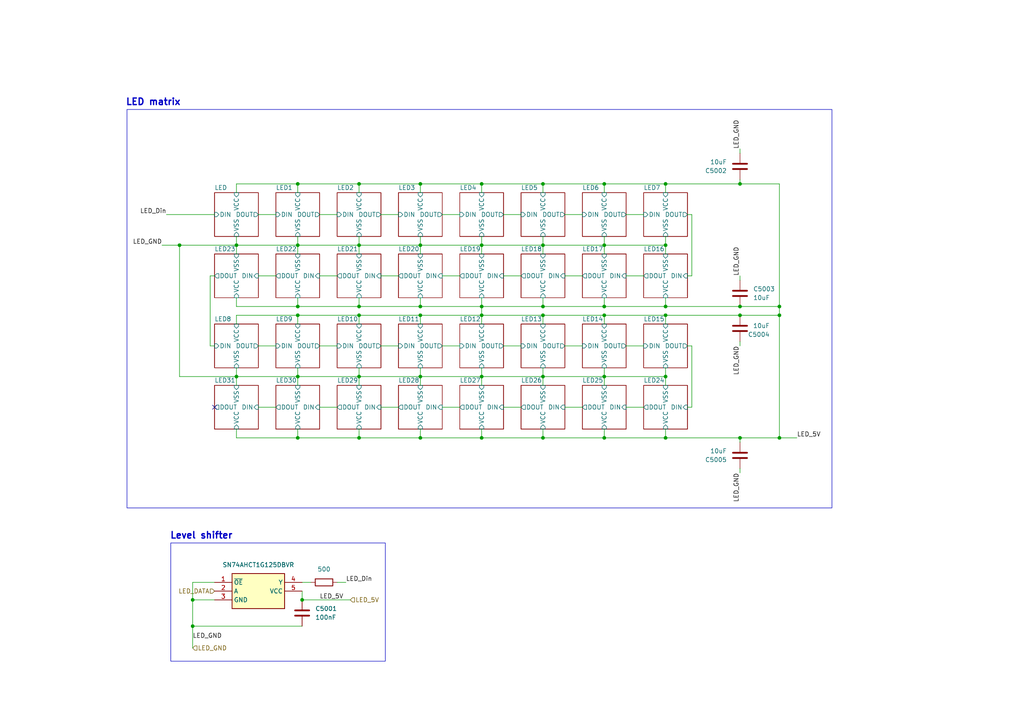
<source format=kicad_sch>
(kicad_sch (version 20250114) (generator "eeschema") (generator_version "9.0")
  (paper "A4")
  (title_block (title "TMR based triple USB Keyboard") (date "2025-12-28") (rev "v1") (company "Ryzzen"))
  (lib_symbols
    (symbol "Device:C" (pin_numbers (hide yes)) (pin_names (offset 0.254))
      (property "Reference" "C" (at 0.635 2.54 0))
      (property "Value" "C" (at 0.635 -2.54 0))
      (symbol "C_0_1"
        (polyline (pts (xy -2.032 0.762) (xy 2.032 0.762)) (stroke (width 0.508)))
        (polyline (pts (xy -2.032 -0.762) (xy 2.032 -0.762)) (stroke (width 0.508)))
      )
      (symbol "C_1_1"
        (pin passive line (at 0 3.81 270) (length 2.794) (name "~") (number "1"))
        (pin passive line (at 0 -3.81 90) (length 2.794) (name "~") (number "2"))
      )
    )
    (symbol "Device:R" (pin_numbers (hide yes)) (pin_names (offset 0))
      (property "Reference" "R" (at 2.032 0 90))
      (property "Value" "R" (at 0 0 90))
      (symbol "R_0_1"
        (rectangle (start -1.016 -2.54) (end 1.016 2.54) (stroke (width 0.254)))
      )
      (symbol "R_1_1"
        (pin passive line (at 0 3.81 270) (length 1.27) (name "~") (number "1"))
        (pin passive line (at 0 -3.81 90) (length 1.27) (name "~") (number "2"))
      )
    )
    (symbol "SN74AHCT1G125DBVR:SN74AHCT1G125DBVR"
      (property "Reference" "IC" (at 21.59 7.62 0))
      (property "Value" "SN74AHCT1G125DBVR" (at 21.59 5.08 0))
      (symbol "SN74AHCT1G125DBVR_1_1"
        (rectangle (start 5.08 2.54) (end 20.32 -7.62) (stroke (width 0.254)) (fill (type background)))
        (pin passive line (at 0 0 0) (length 5.08) (name "~{OE}") (number "1"))
        (pin passive line (at 0 -2.54 0) (length 5.08) (name "A") (number "2"))
        (pin power_in line (at 0 -5.08 0) (length 5.08) (name "GND") (number "3"))
        (pin passive line (at 25.4 0 180) (length 5.08) (name "Y") (number "4"))
        (pin power_in line (at 25.4 -2.54 180) (length 5.08) (name "VCC") (number "5"))
      )
    )
  )
  (rectangle (start 36.83 31.75) (end 241.3 147.32))
  (rectangle (start 49.53 157.48) (end 111.76 191.77))
  (text "LED matrix" (at 44.45 29.718 0) (effects (font (size 1.905 1.905) (thickness 0.381) (bold yes))))
  (text "Level shifter" (at 58.42 155.448 0) (effects (font (size 1.905 1.905) (thickness 0.381) (bold yes))))
  (junction (at 86.36 53.34))
  (junction (at 104.14 71.12))
  (junction (at 226.06 127))
  (junction (at 226.06 88.9))
  (junction (at 193.04 53.34))
  (junction (at 104.14 91.44))
  (junction (at 86.36 71.12))
  (junction (at 55.88 173.99))
  (junction (at 86.36 127))
  (junction (at 139.7 127))
  (junction (at 121.92 91.44))
  (junction (at 139.7 71.12))
  (junction (at 214.63 53.34))
  (junction (at 139.7 53.34))
  (junction (at 193.04 127))
  (junction (at 157.48 127))
  (junction (at 86.36 91.44))
  (junction (at 175.26 91.44))
  (junction (at 157.48 91.44))
  (junction (at 104.14 127))
  (junction (at 104.14 88.9))
  (junction (at 121.92 127))
  (junction (at 193.04 91.44))
  (junction (at 86.36 88.9))
  (junction (at 52.07 71.12))
  (junction (at 175.26 88.9))
  (junction (at 175.26 109.22))
  (junction (at 193.04 71.12))
  (junction (at 104.14 109.22))
  (junction (at 139.7 109.22))
  (junction (at 68.58 109.22))
  (junction (at 175.26 127))
  (junction (at 175.26 53.34))
  (junction (at 86.36 109.22))
  (junction (at 104.14 53.34))
  (junction (at 121.92 71.12))
  (junction (at 55.88 181.61))
  (junction (at 214.63 88.9))
  (junction (at 157.48 109.22))
  (junction (at 121.92 53.34))
  (junction (at 157.48 53.34))
  (junction (at 214.63 127))
  (junction (at 226.06 91.44))
  (junction (at 121.92 88.9))
  (junction (at 193.04 88.9))
  (junction (at 157.48 71.12))
  (junction (at 175.26 71.12))
  (junction (at 139.7 91.44))
  (junction (at 139.7 88.9))
  (junction (at 87.63 173.99))
  (junction (at 121.92 109.22))
  (junction (at 193.04 109.22))
  (junction (at 68.58 71.12))
  (junction (at 214.63 91.44))
  (junction (at 157.48 88.9))
  (no_connect (at 62.23 118.11))
  (wire (pts (xy 199.39 80.01) (xy 200.66 80.01)))
  (wire (pts (xy 60.96 80.01) (xy 60.96 100.33)))
  (wire (pts (xy 139.7 53.34) (xy 121.92 53.34)))
  (wire (pts (xy 104.14 53.34) (xy 86.36 53.34)))
  (wire (pts (xy 157.48 91.44) (xy 139.7 91.44)))
  (wire (pts (xy 193.04 124.46) (xy 193.04 127)))
  (wire (pts (xy 175.26 88.9) (xy 157.48 88.9)))
  (wire (pts (xy 175.26 91.44) (xy 157.48 91.44)))
  (wire (pts (xy 193.04 53.34) (xy 193.04 55.88)))
  (wire (pts (xy 193.04 127) (xy 214.63 127)))
  (wire (pts (xy 214.63 88.9) (xy 226.06 88.9)))
  (wire (pts (xy 139.7 71.12) (xy 121.92 71.12)))
  (wire (pts (xy 181.61 62.23) (xy 186.69 62.23)))
  (wire (pts (xy 104.14 91.44) (xy 86.36 91.44)))
  (wire (pts (xy 104.14 88.9) (xy 86.36 88.9)))
  (wire (pts (xy 86.36 53.34) (xy 68.58 53.34)))
  (wire (pts (xy 139.7 88.9) (xy 121.92 88.9)))
  (wire (pts (xy 55.88 168.91) (xy 55.88 173.99)))
  (wire (pts (xy 86.36 106.68) (xy 86.36 109.22)))
  (wire (pts (xy 226.06 91.44) (xy 226.06 127)))
  (wire (pts (xy 87.63 173.99) (xy 101.6 173.99)))
  (wire (pts (xy 121.92 109.22) (xy 121.92 111.76)))
  (wire (pts (xy 139.7 71.12) (xy 139.7 73.66)))
  (wire (pts (xy 104.14 106.68) (xy 104.14 109.22)))
  (wire (pts (xy 157.48 86.36) (xy 157.48 88.9)))
  (wire (pts (xy 139.7 91.44) (xy 139.7 93.98)))
  (wire (pts (xy 200.66 118.11) (xy 199.39 118.11)))
  (wire (pts (xy 193.04 91.44) (xy 193.04 93.98)))
  (wire (pts (xy 139.7 124.46) (xy 139.7 127)))
  (wire (pts (xy 139.7 106.68) (xy 139.7 109.22)))
  (wire (pts (xy 214.63 127) (xy 214.63 128.27)))
  (wire (pts (xy 60.96 80.01) (xy 62.23 80.01)))
  (wire (pts (xy 193.04 71.12) (xy 193.04 73.66)))
  (wire (pts (xy 104.14 91.44) (xy 104.14 93.98)))
  (wire (pts (xy 100.33 168.91) (xy 97.79 168.91)))
  (wire (pts (xy 175.26 91.44) (xy 175.26 93.98)))
  (wire (pts (xy 139.7 86.36) (xy 139.7 88.9)))
  (wire (pts (xy 104.14 86.36) (xy 104.14 88.9)))
  (wire (pts (xy 68.58 68.58) (xy 68.58 71.12)))
  (wire (pts (xy 193.04 53.34) (xy 175.26 53.34)))
  (wire (pts (xy 121.92 127) (xy 104.14 127)))
  (wire (pts (xy 92.71 62.23) (xy 97.79 62.23)))
  (wire (pts (xy 46.99 71.12) (xy 52.07 71.12)))
  (wire (pts (xy 121.92 86.36) (xy 121.92 88.9)))
  (wire (pts (xy 104.14 71.12) (xy 86.36 71.12)))
  (wire (pts (xy 55.88 181.61) (xy 87.63 181.61)))
  (wire (pts (xy 86.36 86.36) (xy 86.36 88.9)))
  (wire (pts (xy 121.92 124.46) (xy 121.92 127)))
  (wire (pts (xy 139.7 53.34) (xy 139.7 55.88)))
  (wire (pts (xy 55.88 173.99) (xy 55.88 181.61)))
  (wire (pts (xy 157.48 127) (xy 139.7 127)))
  (wire (pts (xy 128.27 80.01) (xy 133.35 80.01)))
  (wire (pts (xy 157.48 124.46) (xy 157.48 127)))
  (wire (pts (xy 92.71 80.01) (xy 97.79 80.01)))
  (wire (pts (xy 121.92 106.68) (xy 121.92 109.22)))
  (wire (pts (xy 146.05 100.33) (xy 151.13 100.33)))
  (wire (pts (xy 175.26 71.12) (xy 157.48 71.12)))
  (wire (pts (xy 60.96 100.33) (xy 62.23 100.33)))
  (wire (pts (xy 175.26 86.36) (xy 175.26 88.9)))
  (wire (pts (xy 68.58 109.22) (xy 68.58 111.76)))
  (wire (pts (xy 86.36 127) (xy 68.58 127)))
  (wire (pts (xy 121.92 53.34) (xy 121.92 55.88)))
  (wire (pts (xy 214.63 91.44) (xy 226.06 91.44)))
  (wire (pts (xy 74.93 80.01) (xy 80.01 80.01)))
  (wire (pts (xy 104.14 109.22) (xy 104.14 111.76)))
  (wire (pts (xy 128.27 118.11) (xy 133.35 118.11)))
  (wire (pts (xy 157.48 109.22) (xy 139.7 109.22)))
  (wire (pts (xy 175.26 124.46) (xy 175.26 127)))
  (wire (pts (xy 175.26 53.34) (xy 157.48 53.34)))
  (wire (pts (xy 121.92 68.58) (xy 121.92 71.12)))
  (wire (pts (xy 52.07 71.12) (xy 52.07 109.22)))
  (wire (pts (xy 87.63 171.45) (xy 87.63 173.99)))
  (wire (pts (xy 199.39 62.23) (xy 200.66 62.23)))
  (wire (pts (xy 55.88 173.99) (xy 62.23 173.99)))
  (wire (pts (xy 146.05 118.11) (xy 151.13 118.11)))
  (wire (pts (xy 74.93 100.33) (xy 80.01 100.33)))
  (wire (pts (xy 193.04 109.22) (xy 175.26 109.22)))
  (wire (pts (xy 193.04 86.36) (xy 193.04 88.9)))
  (wire (pts (xy 110.49 100.33) (xy 115.57 100.33)))
  (wire (pts (xy 214.63 80.01) (xy 214.63 81.28)))
  (wire (pts (xy 110.49 62.23) (xy 115.57 62.23)))
  (wire (pts (xy 157.48 53.34) (xy 139.7 53.34)))
  (wire (pts (xy 157.48 71.12) (xy 139.7 71.12)))
  (wire (pts (xy 193.04 91.44) (xy 214.63 91.44)))
  (wire (pts (xy 193.04 91.44) (xy 175.26 91.44)))
  (wire (pts (xy 157.48 53.34) (xy 157.48 55.88)))
  (wire (pts (xy 104.14 127) (xy 86.36 127)))
  (wire (pts (xy 200.66 62.23) (xy 200.66 80.01)))
  (wire (pts (xy 157.48 109.22) (xy 157.48 111.76)))
  (wire (pts (xy 175.26 127) (xy 157.48 127)))
  (wire (pts (xy 139.7 109.22) (xy 139.7 111.76)))
  (wire (pts (xy 68.58 86.36) (xy 68.58 88.9)))
  (wire (pts (xy 175.26 109.22) (xy 175.26 111.76)))
  (wire (pts (xy 139.7 88.9) (xy 139.7 91.44)))
  (wire (pts (xy 139.7 91.44) (xy 121.92 91.44)))
  (wire (pts (xy 87.63 168.91) (xy 90.17 168.91)))
  (wire (pts (xy 121.92 88.9) (xy 104.14 88.9)))
  (wire (pts (xy 86.36 71.12) (xy 86.36 73.66)))
  (wire (pts (xy 193.04 88.9) (xy 214.63 88.9)))
  (wire (pts (xy 121.92 53.34) (xy 104.14 53.34)))
  (wire (pts (xy 181.61 118.11) (xy 186.69 118.11)))
  (wire (pts (xy 68.58 124.46) (xy 68.58 127)))
  (wire (pts (xy 175.26 109.22) (xy 157.48 109.22)))
  (wire (pts (xy 214.63 100.33) (xy 214.63 99.06)))
  (wire (pts (xy 214.63 43.18) (xy 214.63 44.45)))
  (wire (pts (xy 193.04 109.22) (xy 193.04 111.76)))
  (wire (pts (xy 226.06 127) (xy 231.14 127)))
  (wire (pts (xy 157.48 91.44) (xy 157.48 93.98)))
  (wire (pts (xy 68.58 106.68) (xy 68.58 109.22)))
  (wire (pts (xy 163.83 100.33) (xy 168.91 100.33)))
  (wire (pts (xy 86.36 91.44) (xy 86.36 93.98)))
  (wire (pts (xy 175.26 71.12) (xy 175.26 73.66)))
  (wire (pts (xy 74.93 118.11) (xy 80.01 118.11)))
  (wire (pts (xy 86.36 88.9) (xy 68.58 88.9)))
  (wire (pts (xy 121.92 91.44) (xy 121.92 93.98)))
  (wire (pts (xy 181.61 100.33) (xy 186.69 100.33)))
  (wire (pts (xy 55.88 181.61) (xy 55.88 187.96)))
  (wire (pts (xy 139.7 68.58) (xy 139.7 71.12)))
  (wire (pts (xy 104.14 53.34) (xy 104.14 55.88)))
  (wire (pts (xy 193.04 71.12) (xy 175.26 71.12)))
  (wire (pts (xy 128.27 100.33) (xy 133.35 100.33)))
  (wire (pts (xy 68.58 71.12) (xy 68.58 73.66)))
  (wire (pts (xy 193.04 88.9) (xy 175.26 88.9)))
  (wire (pts (xy 199.39 100.33) (xy 200.66 100.33)))
  (wire (pts (xy 121.92 91.44) (xy 104.14 91.44)))
  (wire (pts (xy 175.26 68.58) (xy 175.26 71.12)))
  (wire (pts (xy 104.14 71.12) (xy 104.14 73.66)))
  (wire (pts (xy 104.14 124.46) (xy 104.14 127)))
  (wire (pts (xy 110.49 80.01) (xy 115.57 80.01)))
  (wire (pts (xy 157.48 106.68) (xy 157.48 109.22)))
  (wire (pts (xy 193.04 106.68) (xy 193.04 109.22)))
  (wire (pts (xy 62.23 168.91) (xy 55.88 168.91)))
  (wire (pts (xy 163.83 118.11) (xy 168.91 118.11)))
  (wire (pts (xy 157.48 88.9) (xy 139.7 88.9)))
  (wire (pts (xy 200.66 100.33) (xy 200.66 118.11)))
  (wire (pts (xy 86.36 71.12) (xy 68.58 71.12)))
  (wire (pts (xy 104.14 109.22) (xy 86.36 109.22)))
  (wire (pts (xy 163.83 62.23) (xy 168.91 62.23)))
  (wire (pts (xy 110.49 118.11) (xy 115.57 118.11)))
  (wire (pts (xy 128.27 62.23) (xy 133.35 62.23)))
  (wire (pts (xy 175.26 53.34) (xy 175.26 55.88)))
  (wire (pts (xy 52.07 109.22) (xy 68.58 109.22)))
  (wire (pts (xy 214.63 137.16) (xy 214.63 135.89)))
  (wire (pts (xy 48.26 62.23) (xy 62.23 62.23)))
  (wire (pts (xy 86.36 53.34) (xy 86.36 55.88)))
  (wire (pts (xy 92.71 118.11) (xy 97.79 118.11)))
  (wire (pts (xy 68.58 91.44) (xy 68.58 93.98)))
  (wire (pts (xy 86.36 124.46) (xy 86.36 127)))
  (wire (pts (xy 214.63 53.34) (xy 226.06 53.34)))
  (wire (pts (xy 86.36 68.58) (xy 86.36 71.12)))
  (wire (pts (xy 226.06 88.9) (xy 226.06 91.44)))
  (wire (pts (xy 214.63 127) (xy 226.06 127)))
  (wire (pts (xy 226.06 53.34) (xy 226.06 88.9)))
  (wire (pts (xy 86.36 109.22) (xy 68.58 109.22)))
  (wire (pts (xy 86.36 109.22) (xy 86.36 111.76)))
  (wire (pts (xy 92.71 100.33) (xy 97.79 100.33)))
  (wire (pts (xy 146.05 80.01) (xy 151.13 80.01)))
  (wire (pts (xy 214.63 52.07) (xy 214.63 53.34)))
  (wire (pts (xy 181.61 80.01) (xy 186.69 80.01)))
  (wire (pts (xy 139.7 127) (xy 121.92 127)))
  (wire (pts (xy 163.83 80.01) (xy 168.91 80.01)))
  (wire (pts (xy 52.07 71.12) (xy 68.58 71.12)))
  (wire (pts (xy 74.93 62.23) (xy 80.01 62.23)))
  (wire (pts (xy 68.58 53.34) (xy 68.58 55.88)))
  (wire (pts (xy 193.04 53.34) (xy 214.63 53.34)))
  (wire (pts (xy 121.92 71.12) (xy 104.14 71.12)))
  (wire (pts (xy 86.36 91.44) (xy 68.58 91.44)))
  (wire (pts (xy 193.04 127) (xy 175.26 127)))
  (wire (pts (xy 146.05 62.23) (xy 151.13 62.23)))
  (wire (pts (xy 104.14 68.58) (xy 104.14 71.12)))
  (wire (pts (xy 157.48 68.58) (xy 157.48 71.12)))
  (wire (pts (xy 175.26 106.68) (xy 175.26 109.22)))
  (wire (pts (xy 157.48 71.12) (xy 157.48 73.66)))
  (wire (pts (xy 139.7 109.22) (xy 121.92 109.22)))
  (wire (pts (xy 193.04 68.58) (xy 193.04 71.12)))
  (wire (pts (xy 121.92 109.22) (xy 104.14 109.22)))
  (wire (pts (xy 121.92 71.12) (xy 121.92 73.66)))
  (label "LED_5V" (at 92.71 173.99 0))
  (label "LED_5V" (at 231.14 127 0))
  (label "LED_GND" (at 214.63 137.16 270))
  (label "LED_GND" (at 55.88 185.42 0))
  (label "LED_GND" (at 214.63 43.18 90))
  (label "LED_GND" (at 214.63 100.33 270))
  (label "LED_GND" (at 214.63 80.01 90))
  (label "LED_GND" (at 46.99 71.12 180))
  (label "LED_Din" (at 48.26 62.23 180))
  (label "LED_Din" (at 100.33 168.91 0))
  (hierarchical_label "LED_DATA" (shape input) (at 62.23 171.45 180))
  (hierarchical_label "LED_5V" (shape input) (at 101.6 173.99 0))
  (hierarchical_label "LED_GND" (shape input) (at 55.88 187.96 0))
  (symbol (lib_id "Device:R") (at 93.98 168.91 90) (unit 1)
    (property "Reference" "R5001" (effects (hide yes)))
    (property "Value" "500" (at 93.98 165.1 90))
    (property "Footprint" "Resistor_SMD:R_0603_1608Metric_Pad0.98x0.95mm_HandSolder" (effects (hide yes)))
    (property "Description" "Resistor" (effects (hide yes)))
  )
  (symbol (lib_id "SN74AHCT1G125DBVR:SN74AHCT1G125DBVR") (at 62.23 168.91 0) (unit 1)
    (property "Reference" "IC5001" (effects (hide yes)))
    (property "Value" "SN74AHCT1G125DBVR" (at 74.93 163.83 0))
    (property "Footprint" "SN74AHCT1G125DBVR:SOT95P280X145-5N" (effects (hide yes)))
    (property "Datasheet" "http://www.ti.com/lit/ds/symlink/sn74ahct1g125.pdf" (effects (hide yes)))
    (property "Description" "74AHCT Single Tri-state Bus Buffer SOT23 SN74AHCT1G125DBVR, Bus Buffer, HCT, 8.5 ns@ 50 pF, 8mA 4.5 ??? 5.5 V 5-Pin SOT-23" (effects (hide yes)))
    (property "Height" "1.45" (effects (hide yes)))
    (property "Mouser Part Number" "595-SNAHCT1G125DBVR" (effects (hide yes)))
    (property "Mouser Price/Stock" "https://www.mouser.co.uk/ProductDetail/Texas-Instruments/SN74AHCT1G125DBVR?qs=N6WZOzgtpqVaVW8Lh%252BgevA%3D%3D" (effects (hide yes)))
    (property "Manufacturer_Name" "Texas Instruments" (effects (hide yes)))
    (property "Manufacturer_Part_Number" "SN74AHCT1G125DBVR" (effects (hide yes)))
  )
  (symbol (lib_id "Device:C") (at 214.63 95.25 180) (unit 1)
    (property "Reference" "C5004" (at 223.266 97.028 0) (effects (justify left)))
    (property "Value" "10uF" (at 223.266 94.488 0) (effects (justify left)))
    (property "Footprint" "Capacitor_SMD:C_0603_1608Metric_Pad1.08x0.95mm_HandSolder" (effects (hide yes)))
    (property "Description" "Unpolarized capacitor" (effects (hide yes)))
  )
  (symbol (lib_id "Device:C") (at 214.63 85.09 0) (unit 1)
    (property "Reference" "C5003" (at 218.44 83.8199 0) (effects (justify left)))
    (property "Value" "10uF" (at 218.44 86.3599 0) (effects (justify left)))
    (property "Footprint" "Capacitor_SMD:C_0603_1608Metric_Pad1.08x0.95mm_HandSolder" (effects (hide yes)))
    (property "Description" "Unpolarized capacitor" (effects (hide yes)))
  )
  (symbol (lib_id "Device:C") (at 214.63 132.08 180) (unit 1)
    (property "Reference" "C5005" (at 210.82 133.3501 0) (effects (justify left)))
    (property "Value" "10uF" (at 210.82 130.8101 0) (effects (justify left)))
    (property "Footprint" "Capacitor_SMD:C_0603_1608Metric_Pad1.08x0.95mm_HandSolder" (effects (hide yes)))
    (property "Description" "Unpolarized capacitor" (effects (hide yes)))
  )
  (symbol (lib_id "Device:C") (at 214.63 48.26 180) (unit 1)
    (property "Reference" "C5002" (at 210.82 49.5301 0) (effects (justify left)))
    (property "Value" "10uF" (at 210.82 46.9901 0) (effects (justify left)))
    (property "Footprint" "Capacitor_SMD:C_0603_1608Metric_Pad1.08x0.95mm_HandSolder" (effects (hide yes)))
    (property "Description" "Unpolarized capacitor" (effects (hide yes)))
  )
  (symbol (lib_id "Device:C") (at 87.63 177.8 180) (unit 1)
    (property "Reference" "C5001" (at 91.44 176.5299 0) (effects (justify right)))
    (property "Value" "100nF" (at 91.44 179.0699 0) (effects (justify right)))
    (property "Footprint" "Capacitor_SMD:C_0603_1608Metric_Pad1.08x0.95mm_HandSolder" (effects (hide yes)))
    (property "Description" "Unpolarized capacitor" (effects (hide yes)))
  )
  (sheet (at 151.13 111.76) (size 12.7 12.7) (stroke (width 0.1524))
    (property "Sheetname" "LED26" (at 151.13 111.0484 0) (effects (justify left bottom)))
    (property "Sheetfile" "led.kicad_sch" (effects (hide yes)))
    (pin "DIN" input (at 163.83 118.11 0))
    (pin "VSS" input (at 157.48 111.76 90))
    (pin "DOUT" output (at 151.13 118.11 180))
    (pin "VCC" input (at 157.48 124.46 270))
  )
  (sheet (at 133.35 73.66) (size 12.7 12.7) (stroke (width 0.1524))
    (property "Sheetname" "LED19" (at 133.35 72.9484 0) (effects (justify left bottom)))
    (property "Sheetfile" "led.kicad_sch" (effects (hide yes)))
    (pin "DIN" input (at 146.05 80.01 0))
    (pin "VSS" input (at 139.7 73.66 90))
    (pin "DOUT" output (at 133.35 80.01 180))
    (pin "VCC" input (at 139.7 86.36 270))
  )
  (sheet (at 151.13 55.88) (size 12.7 12.7) (stroke (width 0.1524))
    (property "Sheetname" "LED5" (at 151.13 55.1684 0) (effects (justify left bottom)))
    (property "Sheetfile" "led.kicad_sch" (effects (hide yes)))
    (pin "DIN" input (at 151.13 62.23 180))
    (pin "VSS" input (at 157.48 68.58 270))
    (pin "DOUT" output (at 163.83 62.23 0))
    (pin "VCC" input (at 157.48 55.88 90))
  )
  (sheet (at 115.57 55.88) (size 12.7 12.7) (stroke (width 0.1524))
    (property "Sheetname" "LED3" (at 115.57 55.1684 0) (effects (justify left bottom)))
    (property "Sheetfile" "led.kicad_sch" (effects (hide yes)))
    (pin "DIN" input (at 115.57 62.23 180))
    (pin "VSS" input (at 121.92 68.58 270))
    (pin "DOUT" output (at 128.27 62.23 0))
    (pin "VCC" input (at 121.92 55.88 90))
  )
  (sheet (at 97.79 93.98) (size 12.7 12.7) (stroke (width 0.1524))
    (property "Sheetname" "LED10" (at 97.79 93.2684 0) (effects (justify left bottom)))
    (property "Sheetfile" "led.kicad_sch" (effects (hide yes)))
    (pin "DIN" input (at 97.79 100.33 180))
    (pin "VSS" input (at 104.14 106.68 270))
    (pin "DOUT" output (at 110.49 100.33 0))
    (pin "VCC" input (at 104.14 93.98 90))
  )
  (sheet (at 97.79 55.88) (size 12.7 12.7) (stroke (width 0.1524))
    (property "Sheetname" "LED2" (at 97.79 55.1684 0) (effects (justify left bottom)))
    (property "Sheetfile" "led.kicad_sch" (effects (hide yes)))
    (pin "DIN" input (at 97.79 62.23 180))
    (pin "VSS" input (at 104.14 68.58 270))
    (pin "DOUT" output (at 110.49 62.23 0))
    (pin "VCC" input (at 104.14 55.88 90))
  )
  (sheet (at 62.23 111.76) (size 12.7 12.7) (stroke (width 0.1524))
    (property "Sheetname" "LED31" (at 62.23 111.0484 0) (effects (justify left bottom)))
    (property "Sheetfile" "led.kicad_sch" (effects (hide yes)))
    (pin "DIN" input (at 74.93 118.11 0))
    (pin "VSS" input (at 68.58 111.76 90))
    (pin "DOUT" output (at 62.23 118.11 180))
    (pin "VCC" input (at 68.58 124.46 270))
  )
  (sheet (at 62.23 55.88) (size 12.7 12.7) (stroke (width 0.1524))
    (property "Sheetname" "LED" (at 62.23 55.1684 0) (effects (justify left bottom)))
    (property "Sheetfile" "led.kicad_sch" (effects (hide yes)))
    (pin "DIN" input (at 62.23 62.23 180))
    (pin "VSS" input (at 68.58 68.58 270))
    (pin "DOUT" output (at 74.93 62.23 0))
    (pin "VCC" input (at 68.58 55.88 90))
  )
  (sheet (at 62.23 93.98) (size 12.7 12.7) (stroke (width 0.1524))
    (property "Sheetname" "LED8" (at 62.23 93.2684 0) (effects (justify left bottom)))
    (property "Sheetfile" "led.kicad_sch" (effects (hide yes)))
    (pin "DIN" input (at 62.23 100.33 180))
    (pin "VSS" input (at 68.58 106.68 270))
    (pin "DOUT" output (at 74.93 100.33 0))
    (pin "VCC" input (at 68.58 93.98 90))
  )
  (sheet (at 186.69 73.66) (size 12.7 12.7) (stroke (width 0.1524))
    (property "Sheetname" "LED16" (at 186.69 72.9484 0) (effects (justify left bottom)))
    (property "Sheetfile" "led.kicad_sch" (effects (hide yes)))
    (pin "DIN" input (at 199.39 80.01 0))
    (pin "VSS" input (at 193.04 73.66 90))
    (pin "DOUT" output (at 186.69 80.01 180))
    (pin "VCC" input (at 193.04 86.36 270))
  )
  (sheet (at 133.35 111.76) (size 12.7 12.7) (stroke (width 0.1524))
    (property "Sheetname" "LED27" (at 133.35 111.0484 0) (effects (justify left bottom)))
    (property "Sheetfile" "led.kicad_sch" (effects (hide yes)))
    (pin "DIN" input (at 146.05 118.11 0))
    (pin "VSS" input (at 139.7 111.76 90))
    (pin "DOUT" output (at 133.35 118.11 180))
    (pin "VCC" input (at 139.7 124.46 270))
  )
  (sheet (at 168.91 55.88) (size 12.7 12.7) (stroke (width 0.1524))
    (property "Sheetname" "LED6" (at 168.91 55.1684 0) (effects (justify left bottom)))
    (property "Sheetfile" "led.kicad_sch" (effects (hide yes)))
    (pin "DIN" input (at 168.91 62.23 180))
    (pin "VSS" input (at 175.26 68.58 270))
    (pin "DOUT" output (at 181.61 62.23 0))
    (pin "VCC" input (at 175.26 55.88 90))
  )
  (sheet (at 80.01 73.66) (size 12.7 12.7) (stroke (width 0.1524))
    (property "Sheetname" "LED22" (at 80.01 72.9484 0) (effects (justify left bottom)))
    (property "Sheetfile" "led.kicad_sch" (effects (hide yes)))
    (pin "DIN" input (at 92.71 80.01 0))
    (pin "VSS" input (at 86.36 73.66 90))
    (pin "DOUT" output (at 80.01 80.01 180))
    (pin "VCC" input (at 86.36 86.36 270))
  )
  (sheet (at 186.69 93.98) (size 12.7 12.7) (stroke (width 0.1524))
    (property "Sheetname" "LED15" (at 186.69 93.2684 0) (effects (justify left bottom)))
    (property "Sheetfile" "led.kicad_sch" (effects (hide yes)))
    (pin "DIN" input (at 186.69 100.33 180))
    (pin "VSS" input (at 193.04 106.68 270))
    (pin "DOUT" output (at 199.39 100.33 0))
    (pin "VCC" input (at 193.04 93.98 90))
  )
  (sheet (at 133.35 55.88) (size 12.7 12.7) (stroke (width 0.1524))
    (property "Sheetname" "LED4" (at 133.35 55.1684 0) (effects (justify left bottom)))
    (property "Sheetfile" "led.kicad_sch" (effects (hide yes)))
    (pin "DIN" input (at 133.35 62.23 180))
    (pin "VSS" input (at 139.7 68.58 270))
    (pin "DOUT" output (at 146.05 62.23 0))
    (pin "VCC" input (at 139.7 55.88 90))
  )
  (sheet (at 97.79 73.66) (size 12.7 12.7) (stroke (width 0.1524))
    (property "Sheetname" "LED21" (at 97.79 72.9484 0) (effects (justify left bottom)))
    (property "Sheetfile" "led.kicad_sch" (effects (hide yes)))
    (pin "DIN" input (at 110.49 80.01 0))
    (pin "VSS" input (at 104.14 73.66 90))
    (pin "DOUT" output (at 97.79 80.01 180))
    (pin "VCC" input (at 104.14 86.36 270))
  )
  (sheet (at 80.01 111.76) (size 12.7 12.7) (stroke (width 0.1524))
    (property "Sheetname" "LED30" (at 80.01 111.0484 0) (effects (justify left bottom)))
    (property "Sheetfile" "led.kicad_sch" (effects (hide yes)))
    (pin "DIN" input (at 92.71 118.11 0))
    (pin "VSS" input (at 86.36 111.76 90))
    (pin "DOUT" output (at 80.01 118.11 180))
    (pin "VCC" input (at 86.36 124.46 270))
  )
  (sheet (at 80.01 55.88) (size 12.7 12.7) (stroke (width 0.1524))
    (property "Sheetname" "LED1" (at 80.01 55.1684 0) (effects (justify left bottom)))
    (property "Sheetfile" "led.kicad_sch" (effects (hide yes)))
    (pin "DIN" input (at 80.01 62.23 180))
    (pin "VSS" input (at 86.36 68.58 270))
    (pin "DOUT" output (at 92.71 62.23 0))
    (pin "VCC" input (at 86.36 55.88 90))
  )
  (sheet (at 168.91 73.66) (size 12.7 12.7) (stroke (width 0.1524))
    (property "Sheetname" "LED17" (at 168.91 72.9484 0) (effects (justify left bottom)))
    (property "Sheetfile" "led.kicad_sch" (effects (hide yes)))
    (pin "DIN" input (at 181.61 80.01 0))
    (pin "VSS" input (at 175.26 73.66 90))
    (pin "DOUT" output (at 168.91 80.01 180))
    (pin "VCC" input (at 175.26 86.36 270))
  )
  (sheet (at 97.79 111.76) (size 12.7 12.7) (stroke (width 0.1524))
    (property "Sheetname" "LED29" (at 97.79 111.0484 0) (effects (justify left bottom)))
    (property "Sheetfile" "led.kicad_sch" (effects (hide yes)))
    (pin "DIN" input (at 110.49 118.11 0))
    (pin "VSS" input (at 104.14 111.76 90))
    (pin "DOUT" output (at 97.79 118.11 180))
    (pin "VCC" input (at 104.14 124.46 270))
  )
  (sheet (at 186.69 111.76) (size 12.7 12.7) (stroke (width 0.1524))
    (property "Sheetname" "LED24" (at 186.69 111.0484 0) (effects (justify left bottom)))
    (property "Sheetfile" "led.kicad_sch" (effects (hide yes)))
    (pin "DIN" input (at 199.39 118.11 0))
    (pin "VSS" input (at 193.04 111.76 90))
    (pin "DOUT" output (at 186.69 118.11 180))
    (pin "VCC" input (at 193.04 124.46 270))
  )
  (sheet (at 186.69 55.88) (size 12.7 12.7) (stroke (width 0.1524))
    (property "Sheetname" "LED7" (at 186.69 55.1684 0) (effects (justify left bottom)))
    (property "Sheetfile" "led.kicad_sch" (effects (hide yes)))
    (pin "DIN" input (at 186.69 62.23 180))
    (pin "VSS" input (at 193.04 68.58 270))
    (pin "DOUT" output (at 199.39 62.23 0))
    (pin "VCC" input (at 193.04 55.88 90))
  )
  (sheet (at 168.91 111.76) (size 12.7 12.7) (stroke (width 0.1524))
    (property "Sheetname" "LED25" (at 168.91 111.0484 0) (effects (justify left bottom)))
    (property "Sheetfile" "led.kicad_sch" (effects (hide yes)))
    (pin "DIN" input (at 181.61 118.11 0))
    (pin "VSS" input (at 175.26 111.76 90))
    (pin "DOUT" output (at 168.91 118.11 180))
    (pin "VCC" input (at 175.26 124.46 270))
  )
  (sheet (at 115.57 93.98) (size 12.7 12.7) (stroke (width 0.1524))
    (property "Sheetname" "LED11" (at 115.57 93.2684 0) (effects (justify left bottom)))
    (property "Sheetfile" "led.kicad_sch" (effects (hide yes)))
    (pin "DIN" input (at 115.57 100.33 180))
    (pin "VSS" input (at 121.92 106.68 270))
    (pin "DOUT" output (at 128.27 100.33 0))
    (pin "VCC" input (at 121.92 93.98 90))
  )
  (sheet (at 62.23 73.66) (size 12.7 12.7) (stroke (width 0.1524))
    (property "Sheetname" "LED23" (at 62.23 72.9484 0) (effects (justify left bottom)))
    (property "Sheetfile" "led.kicad_sch" (effects (hide yes)))
    (pin "DIN" input (at 74.93 80.01 0))
    (pin "VSS" input (at 68.58 73.66 90))
    (pin "DOUT" output (at 62.23 80.01 180))
    (pin "VCC" input (at 68.58 86.36 270))
  )
  (sheet (at 168.91 93.98) (size 12.7 12.7) (stroke (width 0.1524))
    (property "Sheetname" "LED14" (at 168.91 93.2684 0) (effects (justify left bottom)))
    (property "Sheetfile" "led.kicad_sch" (effects (hide yes)))
    (pin "DIN" input (at 168.91 100.33 180))
    (pin "VSS" input (at 175.26 106.68 270))
    (pin "DOUT" output (at 181.61 100.33 0))
    (pin "VCC" input (at 175.26 93.98 90))
  )
  (sheet (at 151.13 93.98) (size 12.7 12.7) (stroke (width 0.1524))
    (property "Sheetname" "LED13" (at 151.13 93.2684 0) (effects (justify left bottom)))
    (property "Sheetfile" "led.kicad_sch" (effects (hide yes)))
    (pin "DIN" input (at 151.13 100.33 180))
    (pin "VSS" input (at 157.48 106.68 270))
    (pin "DOUT" output (at 163.83 100.33 0))
    (pin "VCC" input (at 157.48 93.98 90))
  )
  (sheet (at 115.57 73.66) (size 12.7 12.7) (stroke (width 0.1524))
    (property "Sheetname" "LED20" (at 115.57 72.9484 0) (effects (justify left bottom)))
    (property "Sheetfile" "led.kicad_sch" (effects (hide yes)))
    (pin "DIN" input (at 128.27 80.01 0))
    (pin "VSS" input (at 121.92 73.66 90))
    (pin "DOUT" output (at 115.57 80.01 180))
    (pin "VCC" input (at 121.92 86.36 270))
  )
  (sheet (at 115.57 111.76) (size 12.7 12.7) (stroke (width 0.1524))
    (property "Sheetname" "LED28" (at 115.57 111.0484 0) (effects (justify left bottom)))
    (property "Sheetfile" "led.kicad_sch" (effects (hide yes)))
    (pin "DIN" input (at 128.27 118.11 0))
    (pin "VSS" input (at 121.92 111.76 90))
    (pin "DOUT" output (at 115.57 118.11 180))
    (pin "VCC" input (at 121.92 124.46 270))
  )
  (sheet (at 80.01 93.98) (size 12.7 12.7) (stroke (width 0.1524))
    (property "Sheetname" "LED9" (at 80.01 93.2684 0) (effects (justify left bottom)))
    (property "Sheetfile" "led.kicad_sch" (effects (hide yes)))
    (pin "DIN" input (at 80.01 100.33 180))
    (pin "VSS" input (at 86.36 106.68 270))
    (pin "DOUT" output (at 92.71 100.33 0))
    (pin "VCC" input (at 86.36 93.98 90))
  )
  (sheet (at 133.35 93.98) (size 12.7 12.7) (stroke (width 0.1524))
    (property "Sheetname" "LED12" (at 133.35 93.2684 0) (effects (justify left bottom)))
    (property "Sheetfile" "led.kicad_sch" (effects (hide yes)))
    (pin "DIN" input (at 133.35 100.33 180))
    (pin "VSS" input (at 139.7 106.68 270))
    (pin "DOUT" output (at 146.05 100.33 0))
    (pin "VCC" input (at 139.7 93.98 90))
  )
  (sheet (at 151.13 73.66) (size 12.7 12.7) (stroke (width 0.1524))
    (property "Sheetname" "LED18" (at 151.13 72.9484 0) (effects (justify left bottom)))
    (property "Sheetfile" "led.kicad_sch" (effects (hide yes)))
    (pin "DIN" input (at 163.83 80.01 0))
    (pin "VSS" input (at 157.48 73.66 90))
    (pin "DOUT" output (at 151.13 80.01 180))
    (pin "VCC" input (at 157.48 86.36 270))
  )
)
</source>
